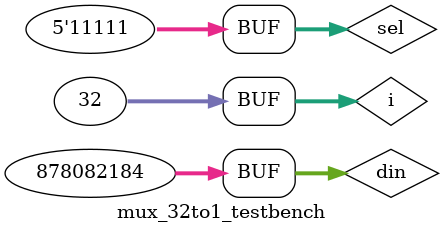
<source format=sv>
module mux_32to1(out, din, sel);
    input logic [31:0] din;
    input logic [4:0] sel;
    output logic out;
     
    logic [1:0] tmp;

    mux_16to1 m0 (.out(tmp[0]), .din(din[15:0]),  .sel(sel[3:0]));
    mux_16to1 m1 (.out(tmp[1]), .din(din[31:16]), .sel(sel[3:0]));
     
    mux_2to1 mf (.out, .din(tmp), .sel(sel[4]));
endmodule

module mux_32to1_testbench;
    logic [31:0] din;
    logic [4:0] sel;
    logic out;

    parameter delay = 10;

    integer i;
    initial begin
    din = 32'd1;
        for (i = 0; i < 32; i++) begin
            sel = i;
            din = 32'h12345678 * i;
            #delay;
        end
    end

    mux_32to1 dut (.out, .din, .sel);
endmodule

</source>
